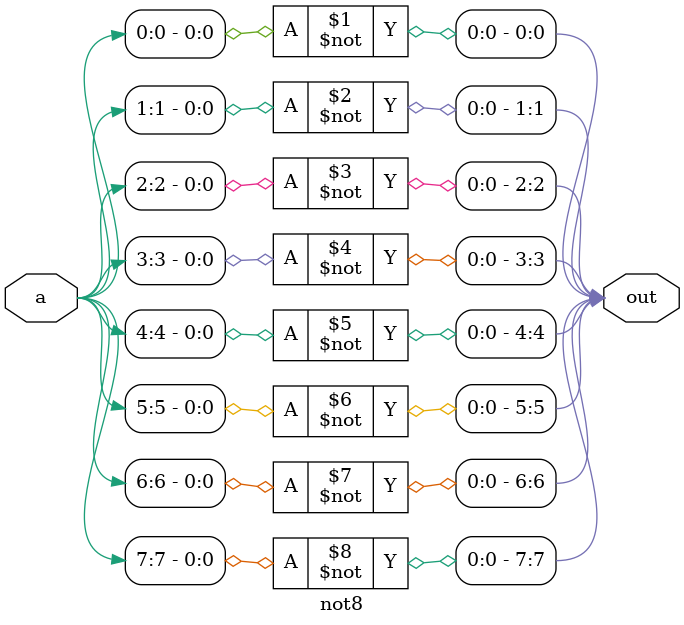
<source format=v>
`timescale 1ns / 1ps

module not8(
    input [7:0] a,
    output [7:0] out
    );
    
    not not0(out[0],a[0]);
    not not1(out[1],a[1]);
    not not2(out[2],a[2]);
    not not3(out[3],a[3]);
    not not4(out[4],a[4]);
    not not5(out[5],a[5]);
    not not6(out[6],a[6]);
    not not7(out[7],a[7]);
endmodule

</source>
